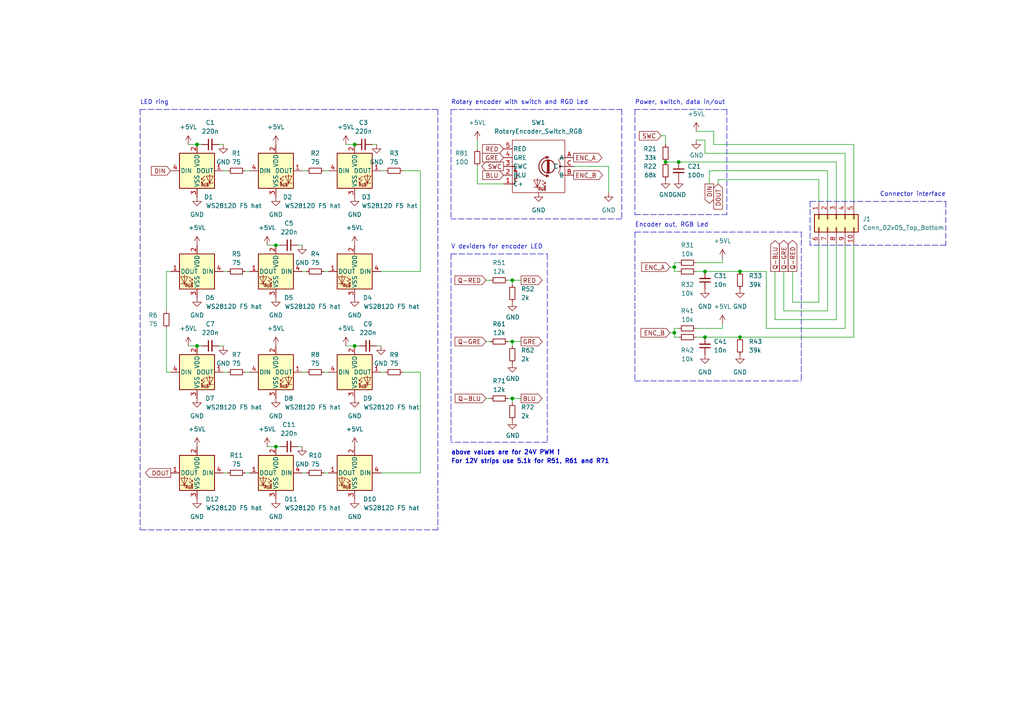
<source format=kicad_sch>
(kicad_sch (version 20211123) (generator eeschema)
  (paper "A4")
  (title_block (title "enlighted rotary encoder") (date "2022-01-20") (rev "0.8") (company "designed by andilge"))
  (lib_symbols
    (symbol "Connector_Generic:Conn_02x05_Top_Bottom" (pin_names (offset 1.016) hide)
      (property "Reference" "J" (at 1.27 7.62 0))
      (property "Value" "Conn_02x05_Top_Bottom" (at 1.27 -7.62 0))
      (symbol "Conn_02x05_Top_Bottom_1_1"
        (rectangle (start -1.27 -4.953) (end 0 -5.207) (stroke (width 0.1524)))
        (rectangle (start -1.27 -2.413) (end 0 -2.667) (stroke (width 0.1524)))
        (rectangle (start -1.27 0.127) (end 0 -0.127) (stroke (width 0.1524)))
        (rectangle (start -1.27 2.667) (end 0 2.413) (stroke (width 0.1524)))
        (rectangle (start -1.27 5.207) (end 0 4.953) (stroke (width 0.1524)))
        (rectangle (start -1.27 6.35) (end 3.81 -6.35) (stroke (width 0.254)) (fill (type background)))
        (rectangle (start 3.81 -4.953) (end 2.54 -5.207) (stroke (width 0.1524)))
        (rectangle (start 3.81 -2.413) (end 2.54 -2.667) (stroke (width 0.1524)))
        (rectangle (start 3.81 0.127) (end 2.54 -0.127) (stroke (width 0.1524)))
        (rectangle (start 3.81 2.667) (end 2.54 2.413) (stroke (width 0.1524)))
        (rectangle (start 3.81 5.207) (end 2.54 4.953) (stroke (width 0.1524)))
        (pin passive line (at -5.08 5.08 0) (length 3.81) (name "Pin_1") (number "1"))
        (pin passive line (at 7.62 -5.08 180) (length 3.81) (name "Pin_10") (number "10"))
        (pin passive line (at -5.08 2.54 0) (length 3.81) (name "Pin_2") (number "2"))
        (pin passive line (at -5.08 0 0) (length 3.81) (name "Pin_3") (number "3"))
        (pin passive line (at -5.08 -2.54 0) (length 3.81) (name "Pin_4") (number "4"))
        (pin passive line (at -5.08 -5.08 0) (length 3.81) (name "Pin_5") (number "5"))
        (pin passive line (at 7.62 5.08 180) (length 3.81) (name "Pin_6") (number "6"))
        (pin passive line (at 7.62 2.54 180) (length 3.81) (name "Pin_7") (number "7"))
        (pin passive line (at 7.62 0 180) (length 3.81) (name "Pin_8") (number "8"))
        (pin passive line (at 7.62 -2.54 180) (length 3.81) (name "Pin_9") (number "9"))
      )
    )
    (symbol "Device:C_Small" (pin_numbers hide) (pin_names (offset 0.254) hide)
      (property "Reference" "C" (at 0.254 1.778 0))
      (property "Value" "C_Small" (at 0.254 -2.032 0))
      (symbol "C_Small_0_1"
        (polyline (pts (xy -1.524 -0.508) (xy 1.524 -0.508)) (stroke (width 0.3302)))
        (polyline (pts (xy -1.524 0.508) (xy 1.524 0.508)) (stroke (width 0.3048)))
      )
      (symbol "C_Small_1_1"
        (pin passive line (at 0 2.54 270) (length 2.032) (name "~") (number "1"))
        (pin passive line (at 0 -2.54 90) (length 2.032) (name "~") (number "2"))
      )
    )
    (symbol "Device:R_Small" (pin_numbers hide) (pin_names (offset 0.254) hide)
      (property "Reference" "R" (at 0.762 0.508 0))
      (property "Value" "R_Small" (at 0.762 -1.016 0))
      (symbol "R_Small_0_1"
        (rectangle (start -0.762 1.778) (end 0.762 -1.778) (stroke (width 0.2032)))
      )
      (symbol "R_Small_1_1"
        (pin passive line (at 0 2.54 270) (length 0.762) (name "~") (number "1"))
        (pin passive line (at 0 -2.54 90) (length 0.762) (name "~") (number "2"))
      )
    )
    (symbol "Rot_Enc_SWC_RGB:RotaryEncoder_Switch_RGB" (pin_names (offset 0.254))
      (property "Reference" "SW" (at 0 10.16 0))
      (property "Value" "RotaryEncoder_Switch_RGB" (at 0 -10.16 0))
      (symbol "RotaryEncoder_Switch_RGB_0_0"
        (text "RGB" (at -1.016 -6.6294 0) (effects (font (size 0.762 0.762))))
      )
      (symbol "RotaryEncoder_Switch_RGB_0_1"
        (rectangle (start -7.62 7.62) (end 7.62 -7.62))
        (circle (center -6.223 0) (radius 0.254) (fill (type outline)))
        (circle (center -2.8194 -0.0508) (radius 1.905) (stroke (width 0.254)))
        (arc (start -2.794 -2.794) (mid -0.0508 -0.0635) (end -2.794 2.667) (stroke (width 0.254)))
        (polyline (pts (xy -3.048 -1.778) (xy -3.048 1.778)) (stroke (width 0.254)))
        (polyline (pts (xy -2.794 -1.778) (xy -2.794 1.778)) (stroke (width 0.254)))
        (polyline (pts (xy -2.54 1.778) (xy -2.54 -1.778)) (stroke (width 0.254)))
        (polyline (pts (xy -2.032 -5.9944) (xy -1.524 -5.9944)))
        (polyline (pts (xy -2.032 -4.9784) (xy -1.524 -4.9784)))
        (polyline (pts (xy 1.397 -5.9944) (xy -0.635 -5.9944)))
        (polyline (pts (xy 6.35 -2.54) (xy 5.969 -2.54)) (stroke (width 0.254)))
        (polyline (pts (xy 6.35 -1.27) (xy 6.35 -3.6576)) (stroke (width 0.254)))
        (polyline (pts (xy -7.493 -2.54) (xy -6.223 -2.54) (xy -6.223 -2.032)))
        (polyline (pts (xy -7.493 2.54) (xy -6.223 2.54) (xy -6.223 2.032)))
        (polyline (pts (xy -2.159 -3.048) (xy -2.921 -2.794) (xy -2.286 -2.413)) (stroke (width 0.254)))
        (polyline (pts (xy -2.159 2.921) (xy -2.921 2.667) (xy -2.286 2.286)) (stroke (width 0.254)))
        (polyline (pts (xy -1.016 -4.9784) (xy -2.032 -5.9944) (xy -2.032 -5.4864)))
        (polyline (pts (xy -1.016 -3.9624) (xy -2.032 -4.9784) (xy -2.032 -4.4704)))
        (polyline (pts (xy 0.381 -3.4544) (xy 0.381 -5.9944) (xy 0.381 -6.5024)))
        (polyline (pts (xy 7.62 -5.08) (xy 6.858 -5.08) (xy 6.858 -3.7592)) (stroke (width 0.254)))
        (polyline (pts (xy 7.62 0) (xy 6.858 0) (xy 6.858 -1.3716)) (stroke (width 0.254)))
        (polyline (pts (xy -7.493 0) (xy -6.223 0) (xy -6.223 -1.016) (xy -5.715 -2.032)))
        (polyline (pts (xy -6.731 0) (xy -6.223 0) (xy -6.223 1.016) (xy -5.715 2.032)))
        (polyline (pts (xy 1.397 -3.9624) (xy -0.635 -3.9624) (xy 0.381 -5.9944) (xy 1.397 -3.9624)))
        (circle (center 6.858 -3.556) (radius 0.127) (stroke (width 0.254)))
        (circle (center 6.858 -1.27) (radius 0.1016) (stroke (width 0.254)))
      )
      (symbol "RotaryEncoder_Switch_RGB_1_1"
        (pin power_in line (at 10.16 -5.08 180) (length 2.54) (name "C+") (number "1"))
        (pin passive line (at 10.16 -2.54 180) (length 2.54) (name "BLU") (number "2"))
        (pin passive line (at 10.16 0 180) (length 2.54) (name "SWC") (number "3"))
        (pin passive line (at 10.16 2.54 180) (length 2.54) (name "GRE") (number "4"))
        (pin passive line (at 10.16 5.08 180) (length 2.54) (name "RED") (number "5"))
        (pin passive line (at -10.16 2.54 0) (length 2.54) (name "A") (number "A"))
        (pin passive line (at -10.16 -2.54 0) (length 2.54) (name "B") (number "B"))
        (pin passive line (at -10.16 0 0) (length 2.54) (name "C-") (number "C"))
      )
    )
    (symbol "power:+5VL" (power) (pin_names (offset 0))
      (property "Value" "+5VL" (at 0 3.556 0))
      (symbol "+5VL_0_1"
        (polyline (pts (xy -0.762 1.27) (xy 0 2.54)))
        (polyline (pts (xy 0 0) (xy 0 2.54)))
        (polyline (pts (xy 0 2.54) (xy 0.762 1.27)))
      )
      (symbol "+5VL_1_1"
        (pin power_in line (at 0 0 90) (length 0) hide (name "+5VL") (number "1"))
      )
    )
    (symbol "power:GND" (power) (pin_names (offset 0))
      (property "Value" "GND" (at 0 -3.81 0))
      (symbol "GND_0_1"
        (polyline (pts (xy 0 0) (xy 0 -1.27) (xy 1.27 -1.27) (xy 0 -2.54) (xy -1.27 -1.27) (xy 0 -1.27)))
      )
      (symbol "GND_1_1"
        (pin power_in line (at 0 0 270) (length 0) hide (name "GND") (number "1"))
      )
    )
    (symbol "wsS2812d-fs-1261:WS2812D" (pin_names (offset 0.254))
      (property "Reference" "D" (at 5.08 5.715 0))
      (property "Value" "WS2812D" (at 1.27 -5.715 0))
      (symbol "WS2812D_0_0"
        (text "RGB" (at 2.286 -4.191 0) (effects (font (size 0.762 0.762))))
      )
      (symbol "WS2812D_0_1"
        (polyline (pts (xy 1.27 -3.556) (xy 1.778 -3.556)))
        (polyline (pts (xy 1.27 -2.54) (xy 1.778 -2.54)))
        (polyline (pts (xy 4.699 -3.556) (xy 2.667 -3.556)))
        (polyline (pts (xy 2.286 -2.54) (xy 1.27 -3.556) (xy 1.27 -3.048)))
        (polyline (pts (xy 2.286 -1.524) (xy 1.27 -2.54) (xy 1.27 -2.032)))
        (polyline (pts (xy 3.683 -1.016) (xy 3.683 -3.556) (xy 3.683 -4.064)))
        (polyline (pts (xy 4.699 -1.524) (xy 2.667 -1.524) (xy 3.683 -3.556) (xy 4.699 -1.524)))
        (rectangle (start 5.08 5.08) (end -5.08 -5.08) (stroke (width 0.254)) (fill (type background)))
      )
      (symbol "WS2812D_1_1"
        (pin output line (at 7.62 0 180) (length 2.54) (name "DOUT") (number "1"))
        (pin power_in line (at 0 7.62 270) (length 2.54) (name "VDD") (number "2"))
        (pin power_in line (at 0 -7.62 90) (length 2.54) (name "VSS") (number "3"))
        (pin input line (at -7.62 0 0) (length 2.54) (name "DIN") (number "4"))
      )
    )
  )
  (junction (at 148.59 99.06))
  (junction (at 204.47 97.79))
  (junction (at 196.85 46.99))
  (junction (at 80.01 71.12))
  (junction (at 214.63 97.79))
  (junction (at 80.01 129.54))
  (junction (at 57.15 41.91))
  (junction (at 102.87 100.33))
  (junction (at 214.63 78.74))
  (junction (at 57.15 100.33))
  (junction (at 204.47 78.74))
  (junction (at 195.58 96.52))
  (junction (at 148.59 115.57))
  (junction (at 102.87 41.91))
  (junction (at 148.59 81.28))
  (junction (at 195.58 77.47))
  (junction (at 193.04 46.99))
  (wire (pts (xy 147.32 81.28) (xy 148.59 81.28)))
  (wire (pts (xy 109.22 100.33) (xy 110.49 100.33)))
  (wire (pts (xy 201.93 97.79) (xy 204.47 97.79)))
  (wire (pts (xy 237.49 87.63) (xy 229.87 87.63)))
  (polyline (pts (xy 130.81 73.66) (xy 158.75 73.66)))
  (wire (pts (xy 138.43 53.34) (xy 146.05 53.34)))
  (wire (pts (xy 48.26 107.95) (xy 48.26 95.25)))
  (wire (pts (xy 237.49 52.07) (xy 208.28 52.07)))
  (wire (pts (xy 207.01 41.91) (xy 207.01 38.1)))
  (wire (pts (xy 121.92 137.16) (xy 110.49 137.16)))
  (wire (pts (xy 148.59 115.57) (xy 148.59 116.84)))
  (wire (pts (xy 64.77 49.53) (xy 66.04 49.53)))
  (polyline (pts (xy 234.95 58.42) (xy 274.32 58.42)))
  (wire (pts (xy 54.61 100.33) (xy 57.15 100.33)))
  (wire (pts (xy 93.98 49.53) (xy 95.25 49.53)))
  (wire (pts (xy 148.59 81.28) (xy 148.59 82.55)))
  (wire (pts (xy 242.57 46.99) (xy 242.57 58.42)))
  (polyline (pts (xy 184.15 31.75) (xy 184.15 62.23)))
  (wire (pts (xy 201.93 95.25) (xy 209.55 95.25)))
  (polyline (pts (xy 180.34 63.5) (xy 130.81 63.5)))
  (wire (pts (xy 77.47 129.54) (xy 80.01 129.54)))
  (wire (pts (xy 140.97 115.57) (xy 142.24 115.57)))
  (wire (pts (xy 205.74 49.53) (xy 205.74 53.34)))
  (wire (pts (xy 93.98 137.16) (xy 95.25 137.16)))
  (wire (pts (xy 148.59 81.28) (xy 151.13 81.28)))
  (wire (pts (xy 214.63 78.74) (xy 222.25 78.74)))
  (wire (pts (xy 147.32 115.57) (xy 148.59 115.57)))
  (polyline (pts (xy 210.82 31.75) (xy 210.82 62.23)))
  (wire (pts (xy 64.77 107.95) (xy 66.04 107.95)))
  (wire (pts (xy 195.58 77.47) (xy 195.58 78.74)))
  (wire (pts (xy 195.58 76.2) (xy 196.85 76.2)))
  (wire (pts (xy 201.93 40.64) (xy 204.47 40.64)))
  (wire (pts (xy 71.12 137.16) (xy 72.39 137.16)))
  (wire (pts (xy 86.36 129.54) (xy 87.63 129.54)))
  (wire (pts (xy 64.77 137.16) (xy 66.04 137.16)))
  (wire (pts (xy 195.58 96.52) (xy 195.58 97.79)))
  (wire (pts (xy 121.92 78.74) (xy 110.49 78.74)))
  (wire (pts (xy 204.47 78.74) (xy 214.63 78.74)))
  (polyline (pts (xy 232.41 67.31) (xy 232.41 110.49)))
  (polyline (pts (xy 184.15 67.31) (xy 232.41 67.31)))
  (wire (pts (xy 100.33 100.33) (xy 102.87 100.33)))
  (wire (pts (xy 222.25 95.25) (xy 245.11 95.25)))
  (wire (pts (xy 195.58 76.2) (xy 195.58 77.47)))
  (wire (pts (xy 147.32 99.06) (xy 148.59 99.06)))
  (polyline (pts (xy 274.32 58.42) (xy 274.32 71.12)))
  (wire (pts (xy 247.65 71.12) (xy 247.65 97.79)))
  (wire (pts (xy 110.49 49.53) (xy 111.76 49.53)))
  (wire (pts (xy 227.33 90.17) (xy 240.03 90.17)))
  (wire (pts (xy 176.53 48.26) (xy 176.53 55.88)))
  (wire (pts (xy 93.98 78.74) (xy 95.25 78.74)))
  (polyline (pts (xy 127 153.67) (xy 40.64 153.67)))
  (wire (pts (xy 205.74 49.53) (xy 240.03 49.53)))
  (wire (pts (xy 191.77 39.37) (xy 193.04 39.37)))
  (wire (pts (xy 193.04 39.37) (xy 193.04 41.91)))
  (wire (pts (xy 176.53 48.26) (xy 166.37 48.26)))
  (wire (pts (xy 222.25 78.74) (xy 222.25 95.25)))
  (wire (pts (xy 63.5 100.33) (xy 64.77 100.33)))
  (wire (pts (xy 237.49 71.12) (xy 237.49 87.63)))
  (wire (pts (xy 204.47 44.45) (xy 245.11 44.45)))
  (wire (pts (xy 64.77 78.74) (xy 66.04 78.74)))
  (wire (pts (xy 245.11 44.45) (xy 245.11 58.42)))
  (wire (pts (xy 121.92 107.95) (xy 121.92 137.16)))
  (wire (pts (xy 93.98 107.95) (xy 95.25 107.95)))
  (polyline (pts (xy 180.34 31.75) (xy 180.34 63.5)))
  (wire (pts (xy 107.95 41.91) (xy 109.22 41.91)))
  (wire (pts (xy 240.03 71.12) (xy 240.03 90.17)))
  (wire (pts (xy 54.61 41.91) (xy 57.15 41.91)))
  (wire (pts (xy 195.58 95.25) (xy 195.58 96.52)))
  (wire (pts (xy 148.59 115.57) (xy 151.13 115.57)))
  (wire (pts (xy 201.93 76.2) (xy 209.55 76.2)))
  (wire (pts (xy 224.79 92.71) (xy 242.57 92.71)))
  (wire (pts (xy 140.97 81.28) (xy 142.24 81.28)))
  (wire (pts (xy 242.57 71.12) (xy 242.57 92.71)))
  (wire (pts (xy 87.63 137.16) (xy 88.9 137.16)))
  (wire (pts (xy 71.12 78.74) (xy 72.39 78.74)))
  (wire (pts (xy 204.47 97.79) (xy 214.63 97.79)))
  (wire (pts (xy 86.36 71.12) (xy 87.63 71.12)))
  (wire (pts (xy 224.79 78.74) (xy 224.79 92.71)))
  (wire (pts (xy 209.55 93.98) (xy 209.55 95.25)))
  (wire (pts (xy 49.53 107.95) (xy 48.26 107.95)))
  (wire (pts (xy 49.53 78.74) (xy 48.26 78.74)))
  (wire (pts (xy 80.01 71.12) (xy 81.28 71.12)))
  (wire (pts (xy 116.84 107.95) (xy 121.92 107.95)))
  (wire (pts (xy 104.14 100.33) (xy 102.87 100.33)))
  (wire (pts (xy 57.15 100.33) (xy 58.42 100.33)))
  (wire (pts (xy 87.63 78.74) (xy 88.9 78.74)))
  (wire (pts (xy 116.84 49.53) (xy 121.92 49.53)))
  (wire (pts (xy 208.28 52.07) (xy 208.28 53.34)))
  (wire (pts (xy 77.47 71.12) (xy 80.01 71.12)))
  (wire (pts (xy 227.33 78.74) (xy 227.33 90.17)))
  (wire (pts (xy 87.63 49.53) (xy 88.9 49.53)))
  (wire (pts (xy 204.47 40.64) (xy 204.47 44.45)))
  (wire (pts (xy 48.26 78.74) (xy 48.26 90.17)))
  (wire (pts (xy 201.93 78.74) (xy 204.47 78.74)))
  (polyline (pts (xy 158.75 128.27) (xy 130.81 128.27)))
  (wire (pts (xy 194.31 96.52) (xy 195.58 96.52)))
  (wire (pts (xy 63.5 41.91) (xy 64.77 41.91)))
  (wire (pts (xy 57.15 41.91) (xy 58.42 41.91)))
  (wire (pts (xy 195.58 97.79) (xy 196.85 97.79)))
  (wire (pts (xy 237.49 52.07) (xy 237.49 58.42)))
  (wire (pts (xy 195.58 78.74) (xy 196.85 78.74)))
  (wire (pts (xy 240.03 49.53) (xy 240.03 58.42)))
  (polyline (pts (xy 210.82 31.75) (xy 184.15 31.75)))
  (polyline (pts (xy 130.81 31.75) (xy 180.34 31.75)))
  (wire (pts (xy 140.97 99.06) (xy 142.24 99.06)))
  (wire (pts (xy 148.59 99.06) (xy 148.59 100.33)))
  (wire (pts (xy 193.04 46.99) (xy 196.85 46.99)))
  (polyline (pts (xy 184.15 67.31) (xy 184.15 110.49)))
  (wire (pts (xy 100.33 41.91) (xy 102.87 41.91)))
  (wire (pts (xy 87.63 107.95) (xy 88.9 107.95)))
  (wire (pts (xy 207.01 41.91) (xy 247.65 41.91)))
  (polyline (pts (xy 40.64 31.75) (xy 40.64 153.67)))
  (wire (pts (xy 209.55 74.93) (xy 209.55 76.2)))
  (polyline (pts (xy 184.15 110.49) (xy 232.41 110.49)))
  (polyline (pts (xy 234.95 58.42) (xy 234.95 71.12)))
  (polyline (pts (xy 184.15 62.23) (xy 210.82 62.23)))
  (wire (pts (xy 138.43 48.26) (xy 138.43 53.34)))
  (wire (pts (xy 194.31 77.47) (xy 195.58 77.47)))
  (wire (pts (xy 195.58 95.25) (xy 196.85 95.25)))
  (polyline (pts (xy 127 31.75) (xy 127 153.67)))
  (wire (pts (xy 110.49 107.95) (xy 111.76 107.95)))
  (wire (pts (xy 138.43 40.64) (xy 138.43 43.18)))
  (polyline (pts (xy 130.81 31.75) (xy 130.81 63.5)))
  (wire (pts (xy 196.85 46.99) (xy 242.57 46.99)))
  (wire (pts (xy 201.93 38.1) (xy 207.01 38.1)))
  (polyline (pts (xy 130.81 73.66) (xy 130.81 128.27)))
  (wire (pts (xy 229.87 78.74) (xy 229.87 87.63)))
  (wire (pts (xy 71.12 49.53) (xy 72.39 49.53)))
  (wire (pts (xy 81.28 129.54) (xy 80.01 129.54)))
  (wire (pts (xy 148.59 99.06) (xy 151.13 99.06)))
  (polyline (pts (xy 274.32 71.12) (xy 234.95 71.12)))
  (wire (pts (xy 247.65 41.91) (xy 247.65 58.42)))
  (polyline (pts (xy 158.75 73.66) (xy 158.75 128.27)))
  (wire (pts (xy 214.63 97.79) (xy 247.65 97.79)))
  (wire (pts (xy 245.11 71.12) (xy 245.11 95.25)))
  (polyline (pts (xy 40.64 31.75) (xy 127 31.75)))
  (wire (pts (xy 71.12 107.95) (xy 72.39 107.95)))
  (wire (pts (xy 121.92 49.53) (xy 121.92 78.74)))
  (text "For 12V strips use 5.1k for R51, R61 and R71" (at 130.81 134.62 0) (effects (font (size 1.27 1.27) (thickness 0.254) bold) (justify left bottom)))
  (text "LED ring" (at 40.64 30.48 0) (effects (font (size 1.27 1.27)) (justify left bottom)))
  (text "Rotary encoder with switch and RGD Led" (at 130.81 30.48 0) (effects (font (size 1.27 1.27)) (justify left bottom)))
  (text "Power, switch, data in/out" (at 184.15 30.48 0) (effects (font (size 1.27 1.27)) (justify left bottom)))
  (text "above values are for 24V PWM !" (at 130.81 132.08 0) (effects (font (size 1.27 1.27) (thickness 0.254) bold) (justify left bottom)))
  (text "Encoder out, RGB Led" (at 184.15 66.04 0) (effects (font (size 1.27 1.27)) (justify left bottom)))
  (text "V deviders for encoder LED" (at 130.81 72.39 0) (effects (font (size 1.27 1.27)) (justify left bottom)))
  (text "Connector interface" (at 274.32 57.15 180) (effects (font (size 1.27 1.27)) (justify right bottom)))
  (global_label "ENC_B" (shape input) (at 194.31 96.52 180) (property "Intersheet References" "${INTERSHEET_REFS}" (effects hide)))
  (global_label "Q-RED" (shape input) (at 140.97 81.28 180) (property "Intersheet References" "${INTERSHEET_REFS}" (effects hide)))
  (global_label "ENC_A" (shape input) (at 194.31 77.47 180) (property "Intersheet References" "${INTERSHEET_REFS}" (effects hide)))
  (global_label "Q-GRE" (shape input) (at 140.97 99.06 180) (property "Intersheet References" "${INTERSHEET_REFS}" (effects hide)))
  (global_label "DIN" (shape output) (at 205.74 53.34 270) (property "Intersheet References" "${INTERSHEET_REFS}" (effects hide)))
  (global_label "Q-BLU" (shape input) (at 140.97 115.57 180) (property "Intersheet References" "${INTERSHEET_REFS}" (effects hide)))
  (global_label "BLU" (shape output) (at 151.13 115.57 0) (property "Intersheet References" "${INTERSHEET_REFS}" (effects hide)))
  (global_label "Q-RED" (shape output) (at 229.87 78.74 90) (property "Intersheet References" "${INTERSHEET_REFS}" (effects hide)))
  (global_label "DOUT" (shape input) (at 208.28 53.34 270) (property "Intersheet References" "${INTERSHEET_REFS}" (effects hide)))
  (global_label "BLU" (shape input) (at 146.05 50.8 180) (property "Intersheet References" "${INTERSHEET_REFS}" (effects hide)))
  (global_label "GRE" (shape input) (at 146.05 45.72 180) (property "Intersheet References" "${INTERSHEET_REFS}" (effects hide)))
  (global_label "SWC" (shape output) (at 146.05 48.26 180) (property "Intersheet References" "${INTERSHEET_REFS}" (effects hide)))
  (global_label "RED" (shape output) (at 151.13 81.28 0) (property "Intersheet References" "${INTERSHEET_REFS}" (effects hide)))
  (global_label "DIN" (shape input) (at 49.53 49.53 180) (property "Intersheet References" "${INTERSHEET_REFS}" (effects hide)))
  (global_label "Q-BLU" (shape output) (at 224.79 78.74 90) (property "Intersheet References" "${INTERSHEET_REFS}" (effects hide)))
  (global_label "SWC" (shape input) (at 191.77 39.37 180) (property "Intersheet References" "${INTERSHEET_REFS}" (effects hide)))
  (global_label "DOUT" (shape output) (at 49.53 137.16 180) (property "Intersheet References" "${INTERSHEET_REFS}" (effects hide)))
  (global_label "Q-GRE" (shape output) (at 227.33 78.74 90) (property "Intersheet References" "${INTERSHEET_REFS}" (effects hide)))
  (global_label "ENC_A" (shape output) (at 166.37 45.72 0) (property "Intersheet References" "${INTERSHEET_REFS}" (effects hide)))
  (global_label "RED" (shape input) (at 146.05 43.18 180) (property "Intersheet References" "${INTERSHEET_REFS}" (effects hide)))
  (global_label "ENC_B" (shape output) (at 166.37 50.8 0) (property "Intersheet References" "${INTERSHEET_REFS}" (effects hide)))
  (global_label "GRE" (shape output) (at 151.13 99.06 0) (property "Intersheet References" "${INTERSHEET_REFS}" (effects hide)))
  (symbol (lib_id "wsS2812d-fs-1261:WS2812D") (at 102.87 107.95 0) (unit 1)
    (property "Reference" "D9" (at 107.95 115.57 0) (effects (justify right)))
    (property "Value" "WS2812D F5 hat" (at 105.41 118.11 0) (effects (justify left)))
    (property "Footprint" "andilge KiCad footprints:WS2811D-F5-1261" (effects hide))
    (property "Datasheet" "http://www.world-semi.com/DownLoadFile/135" (effects hide))
    (property "Purchase" "https://www.aliexpress.com/item/32790928817.html" (effects hide))
  )
  (symbol (lib_id "power:GND") (at 64.77 100.33 0) (unit 1)
    (property "Reference" "#PWR010" (effects hide))
    (property "Value" "GND" (at 64.77 105.41 0))
  )
  (symbol (lib_id "Device:C_Small") (at 105.41 41.91 90) (unit 1)
    (property "Reference" "C3" (at 105.4163 35.56 90))
    (property "Value" "220n" (at 105.4163 38.1 90))
    (property "Footprint" "Capacitor_SMD:C_0805_2012Metric" (effects hide))
    (property "Purchase" "https://www.aliexpress.com/item/32964553793.html" (effects hide))
  )
  (symbol (lib_id "power:+5VL") (at 209.55 74.93 0) (unit 1)
    (property "Reference" "#PWR?" (effects hide))
    (property "Value" "+5VL" (at 209.55 69.85 0))
  )
  (symbol (lib_id "Device:R_Small") (at 199.39 95.25 270) (unit 1)
    (property "Reference" "R41" (at 199.39 90.17 90))
    (property "Value" "10k" (at 199.39 92.71 90))
    (property "Footprint" "Resistor_SMD:R_0805_2012Metric" (effects hide))
    (property "Purchase" "https://www.aliexpress.com/item/1005003021579348.html" (effects hide))
  )
  (symbol (lib_id "Device:R_Small") (at 193.04 49.53 180) (unit 1)
    (property "Reference" "R22" (at 190.5 48.2599 0) (effects (justify left)))
    (property "Value" "68k" (at 190.5 50.7999 0) (effects (justify left)))
    (property "Footprint" "Resistor_SMD:R_0805_2012Metric" (effects hide))
    (property "Purchase" "https://www.aliexpress.com/item/1005003021579348.html" (effects hide))
  )
  (symbol (lib_id "Device:R_Small") (at 214.63 81.28 180) (unit 1)
    (property "Reference" "R33" (at 217.17 80.0099 0) (effects (justify right)))
    (property "Value" "39k" (at 217.17 82.5499 0) (effects (justify right)))
    (property "Footprint" "Resistor_SMD:R_0805_2012Metric" (effects hide))
    (property "Purchase" "https://www.aliexpress.com/item/1005003021579348.html" (effects hide))
  )
  (symbol (lib_id "Device:C_Small") (at 196.85 49.53 0) (unit 1)
    (property "Reference" "C21" (at 199.39 48.2662 0) (effects (justify left)))
    (property "Value" "100n" (at 199.39 50.8062 0) (effects (justify left)))
    (property "Footprint" "Capacitor_SMD:C_0805_2012Metric" (effects hide))
    (property "Purchase" "https://www.aliexpress.com/item/32964553793.html" (effects hide))
  )
  (symbol (lib_id "Device:C_Small") (at 60.96 41.91 90) (unit 1)
    (property "Reference" "C1" (at 60.9663 35.56 90))
    (property "Value" "220n" (at 60.9663 38.1 90))
    (property "Footprint" "Capacitor_SMD:C_0805_2012Metric" (effects hide))
    (property "Purchase" "https://www.aliexpress.com/item/32964553793.html" (effects hide))
  )
  (symbol (lib_id "power:GND") (at 148.59 87.63 0) (unit 1)
    (property "Reference" "#PWR0120" (effects hide))
    (property "Value" "GND" (at 148.717 92.0242 0))
  )
  (symbol (lib_id "power:GND") (at 64.77 41.91 0) (unit 1)
    (property "Reference" "#PWR02" (effects hide))
    (property "Value" "GND" (at 64.77 46.99 0))
  )
  (symbol (lib_id "power:GND") (at 80.01 57.15 0) (unit 1)
    (property "Reference" "#PWR012" (effects hide))
    (property "Value" "GND" (at 80.01 62.23 0))
  )
  (symbol (lib_id "wsS2812d-fs-1261:WS2812D") (at 102.87 137.16 0) (mirror y) (unit 1)
    (property "Reference" "D10" (at 109.22 144.78 0) (effects (justify left)))
    (property "Value" "WS2812D F5 hat" (at 105.41 147.32 0) (effects (justify right)))
    (property "Footprint" "andilge KiCad footprints:WS2811D-F5-1261" (effects hide))
    (property "Datasheet" "http://www.world-semi.com/DownLoadFile/135" (effects hide))
    (property "Purchase" "https://www.aliexpress.com/item/32790928817.html" (effects hide))
  )
  (symbol (lib_id "power:+5VL") (at 209.55 93.98 0) (unit 1)
    (property "Reference" "#PWR?" (effects hide))
    (property "Value" "+5VL" (at 209.55 88.9 0))
  )
  (symbol (lib_id "power:GND") (at 214.63 83.82 0) (unit 1)
    (property "Reference" "#PWR0121" (effects hide))
    (property "Value" "GND" (at 214.63 88.9 0))
  )
  (symbol (lib_id "Device:R_Small") (at 91.44 78.74 270) (unit 1)
    (property "Reference" "R4" (at 91.44 73.66 90))
    (property "Value" "75" (at 91.44 76.2 90))
    (property "Footprint" "Resistor_SMD:R_0805_2012Metric" (effects hide))
    (property "Purchase" "https://www.aliexpress.com/item/1005003021579348.html" (effects hide))
  )
  (symbol (lib_id "power:GND") (at 57.15 57.15 0) (unit 1)
    (property "Reference" "#PWR011" (effects hide))
    (property "Value" "GND" (at 57.15 62.23 0))
  )
  (symbol (lib_id "Device:R_Small") (at 91.44 49.53 270) (unit 1)
    (property "Reference" "R2" (at 91.44 44.45 90))
    (property "Value" "75" (at 91.44 46.99 90))
    (property "Footprint" "Resistor_SMD:R_0805_2012Metric" (effects hide))
    (property "Purchase" "https://www.aliexpress.com/item/1005003021579348.html" (effects hide))
  )
  (symbol (lib_id "wsS2812d-fs-1261:WS2812D") (at 57.15 49.53 0) (unit 1)
    (property "Reference" "D1" (at 59.1694 57.15 0) (effects (justify left)))
    (property "Value" "WS2812D F5 hat" (at 59.69 59.69 0) (effects (justify left)))
    (property "Footprint" "andilge KiCad footprints:WS2811D-F5-1261" (effects hide))
    (property "Datasheet" "http://www.world-semi.com/DownLoadFile/135" (effects hide))
    (property "Purchase" "https://www.aliexpress.com/item/32790928817.html" (effects hide))
  )
  (symbol (lib_id "power:GND") (at 176.53 55.88 0) (mirror y) (unit 1)
    (property "Reference" "#PWR062" (effects hide))
    (property "Value" "GND" (at 176.53 60.96 0))
  )
  (symbol (lib_id "power:GND") (at 87.63 71.12 0) (mirror y) (unit 1)
    (property "Reference" "#PWR0117" (effects hide))
    (property "Value" "GND" (at 87.63 76.2 0))
  )
  (symbol (lib_id "wsS2812d-fs-1261:WS2812D") (at 57.15 107.95 0) (unit 1)
    (property "Reference" "D7" (at 62.23 115.57 0) (effects (justify right)))
    (property "Value" "WS2812D F5 hat" (at 59.69 118.11 0) (effects (justify left)))
    (property "Footprint" "andilge KiCad footprints:WS2811D-F5-1261" (effects hide))
    (property "Datasheet" "http://www.world-semi.com/DownLoadFile/135" (effects hide))
    (property "Purchase" "https://www.aliexpress.com/item/32790928817.html" (effects hide))
  )
  (symbol (lib_id "power:+5VL") (at 54.61 41.91 0) (unit 1)
    (property "Reference" "#PWR0112" (effects hide))
    (property "Value" "+5VL" (at 54.61 36.83 0))
  )
  (symbol (lib_id "power:GND") (at 57.15 115.57 0) (unit 1)
    (property "Reference" "#PWR014" (effects hide))
    (property "Value" "GND" (at 57.15 120.65 0))
  )
  (symbol (lib_id "Rot_Enc_SWC_RGB:RotaryEncoder_Switch_RGB") (at 156.21 48.26 0) (mirror y) (unit 1)
    (property "Reference" "SW1" (at 156.1465 35.56 0))
    (property "Value" "RotaryEncoder_Switch_RGB" (at 156.1465 38.1 0))
    (property "Footprint" "footprints:LED_RotaryEncoder_EC12_Switch_Vertical_H20mm" (effects hide))
    (property "Purchase" "https://www.aliexpress.com/item/1005002478234416.html" (effects hide))
  )
  (symbol (lib_id "power:+5VL") (at 100.33 100.33 0) (unit 1)
    (property "Reference" "#PWR0119" (effects hide))
    (property "Value" "+5VL" (at 100.33 95.25 0))
  )
  (symbol (lib_id "power:GND") (at 102.87 86.36 0) (mirror y) (unit 1)
    (property "Reference" "#PWR023" (effects hide))
    (property "Value" "GND" (at 102.87 91.44 0))
  )
  (symbol (lib_id "power:+5VL") (at 100.33 41.91 0) (unit 1)
    (property "Reference" "#PWR0103" (effects hide))
    (property "Value" "+5VL" (at 100.33 36.83 0))
  )
  (symbol (lib_id "Device:R_Small") (at 68.58 78.74 270) (unit 1)
    (property "Reference" "R5" (at 68.58 73.66 90))
    (property "Value" "75" (at 68.58 76.2 90))
    (property "Footprint" "Resistor_SMD:R_0805_2012Metric" (effects hide))
    (property "Purchase" "https://www.aliexpress.com/item/1005003021579348.html" (effects hide))
  )
  (symbol (lib_id "power:+5VL") (at 54.61 100.33 0) (unit 1)
    (property "Reference" "#PWR0108" (effects hide))
    (property "Value" "+5VL" (at 54.61 95.25 0))
  )
  (symbol (lib_id "power:+5VL") (at 102.87 129.54 0) (unit 1)
    (property "Reference" "#PWR0115" (effects hide))
    (property "Value" "+5VL" (at 102.87 124.46 0))
  )
  (symbol (lib_id "power:GND") (at 80.01 144.78 0) (mirror y) (unit 1)
    (property "Reference" "#PWR027" (effects hide))
    (property "Value" "GND" (at 80.01 149.86 0))
  )
  (symbol (lib_id "power:+5VL") (at 57.15 71.12 0) (unit 1)
    (property "Reference" "#PWR0110" (effects hide))
    (property "Value" "+5VL" (at 57.15 66.04 0))
  )
  (symbol (lib_id "power:GND") (at 109.22 41.91 0) (unit 1)
    (property "Reference" "#PWR0105" (effects hide))
    (property "Value" "GND" (at 109.22 46.99 0))
  )
  (symbol (lib_id "power:GND") (at 214.63 102.87 0) (unit 1)
    (property "Reference" "#PWR0122" (effects hide))
    (property "Value" "GND" (at 214.63 107.95 0))
  )
  (symbol (lib_id "wsS2812d-fs-1261:WS2812D") (at 80.01 49.53 0) (unit 1)
    (property "Reference" "D2" (at 82.0294 57.15 0) (effects (justify left)))
    (property "Value" "WS2812D F5 hat" (at 82.55 59.69 0) (effects (justify left)))
    (property "Footprint" "andilge KiCad footprints:WS2811D-F5-1261" (effects hide))
    (property "Datasheet" "http://www.world-semi.com/DownLoadFile/135" (effects hide))
    (property "Purchase" "https://www.aliexpress.com/item/32790928817.html" (effects hide))
  )
  (symbol (lib_id "Device:C_Small") (at 106.68 100.33 90) (unit 1)
    (property "Reference" "C9" (at 106.6863 93.98 90))
    (property "Value" "220n" (at 106.6863 96.52 90))
    (property "Footprint" "Capacitor_SMD:C_0805_2012Metric" (effects hide))
    (property "Purchase" "https://www.aliexpress.com/item/32964553793.html" (effects hide))
  )
  (symbol (lib_id "power:GND") (at 204.47 102.87 0) (unit 1)
    (property "Reference" "#PWR072" (effects hide))
    (property "Value" "GND" (at 204.47 107.95 0))
  )
  (symbol (lib_id "wsS2812d-fs-1261:WS2812D") (at 57.15 137.16 0) (mirror y) (unit 1)
    (property "Reference" "D12" (at 63.5 144.78 0) (effects (justify left)))
    (property "Value" "WS2812D F5 hat" (at 59.69 147.32 0) (effects (justify right)))
    (property "Footprint" "andilge KiCad footprints:WS2811D-F5-1261" (effects hide))
    (property "Datasheet" "http://www.world-semi.com/DownLoadFile/135" (effects hide))
    (property "Purchase" "https://www.aliexpress.com/item/32790928817.html" (effects hide))
  )
  (symbol (lib_id "wsS2812d-fs-1261:WS2812D") (at 80.01 78.74 0) (mirror y) (unit 1)
    (property "Reference" "D5" (at 85.09 86.36 0) (effects (justify left)))
    (property "Value" "WS2812D F5 hat" (at 82.55 88.9 0) (effects (justify right)))
    (property "Footprint" "andilge KiCad footprints:WS2811D-F5-1261" (effects hide))
    (property "Datasheet" "http://www.world-semi.com/DownLoadFile/135" (effects hide))
    (property "Purchase" "https://www.aliexpress.com/item/32790928817.html" (effects hide))
  )
  (symbol (lib_id "wsS2812d-fs-1261:WS2812D") (at 102.87 49.53 0) (unit 1)
    (property "Reference" "D3" (at 104.8894 57.15 0) (effects (justify left)))
    (property "Value" "WS2812D F5 hat" (at 104.8894 59.69 0) (effects (justify left)))
    (property "Footprint" "andilge KiCad footprints:WS2811D-F5-1261" (effects hide))
    (property "Datasheet" "http://www.world-semi.com/DownLoadFile/135" (effects hide))
    (property "Purchase" "https://www.aliexpress.com/item/32790928817.html" (effects hide))
  )
  (symbol (lib_id "power:GND") (at 102.87 144.78 0) (mirror y) (unit 1)
    (property "Reference" "#PWR026" (effects hide))
    (property "Value" "GND" (at 102.87 149.86 0))
  )
  (symbol (lib_id "Device:R_Small") (at 68.58 49.53 270) (unit 1)
    (property "Reference" "R1" (at 68.58 44.45 90))
    (property "Value" "75" (at 68.58 46.99 90))
    (property "Footprint" "Resistor_SMD:R_0805_2012Metric" (effects hide))
    (property "Purchase" "https://www.aliexpress.com/item/1005003021579348.html" (effects hide))
  )
  (symbol (lib_id "Device:R_Small") (at 114.3 49.53 270) (unit 1)
    (property "Reference" "R3" (at 114.3 44.45 90))
    (property "Value" "75" (at 114.3 46.99 90))
    (property "Footprint" "Resistor_SMD:R_0805_2012Metric" (effects hide))
    (property "Purchase" "https://www.aliexpress.com/item/1005003021579348.html" (effects hide))
  )
  (symbol (lib_id "Device:R_Small") (at 148.59 102.87 180) (unit 1)
    (property "Reference" "R62" (at 151.13 101.5999 0) (effects (justify right)))
    (property "Value" "2k" (at 151.13 104.1399 0) (effects (justify right)))
    (property "Footprint" "Resistor_SMD:R_0805_2012Metric" (effects hide))
    (property "Purchase" "https://www.aliexpress.com/item/1005003021579348.html" (effects hide))
  )
  (symbol (lib_id "Device:R_Small") (at 144.78 81.28 270) (unit 1)
    (property "Reference" "R51" (at 144.78 76.2 90))
    (property "Value" "12k" (at 144.78 78.74 90))
    (property "Footprint" "Resistor_SMD:R_0805_2012Metric" (effects hide))
    (property "Purchase" "https://www.aliexpress.com/item/1005003021579348.html" (effects hide))
  )
  (symbol (lib_id "power:+5VL") (at 201.93 38.1 0) (unit 1)
    (property "Reference" "#PWR0124" (effects hide))
    (property "Value" "+5VL" (at 201.93 33.02 0))
  )
  (symbol (lib_id "power:GND") (at 148.59 105.41 0) (unit 1)
    (property "Reference" "#PWR0107" (effects hide))
    (property "Value" "GND" (at 148.717 109.8042 0))
  )
  (symbol (lib_id "power:GND") (at 87.63 129.54 0) (mirror y) (unit 1)
    (property "Reference" "#PWR0101" (effects hide))
    (property "Value" "GND" (at 87.63 134.62 0))
  )
  (symbol (lib_id "Device:R_Small") (at 68.58 137.16 270) (unit 1)
    (property "Reference" "R11" (at 68.58 132.08 90))
    (property "Value" "75" (at 68.58 134.62 90))
    (property "Footprint" "Resistor_SMD:R_0805_2012Metric" (effects hide))
    (property "Purchase" "https://www.aliexpress.com/item/1005003021579348.html" (effects hide))
  )
  (symbol (lib_id "wsS2812d-fs-1261:WS2812D") (at 80.01 137.16 0) (mirror y) (unit 1)
    (property "Reference" "D11" (at 86.36 144.78 0) (effects (justify left)))
    (property "Value" "WS2812D F5 hat" (at 82.55 147.32 0) (effects (justify right)))
    (property "Footprint" "andilge KiCad footprints:WS2811D-F5-1261" (effects hide))
    (property "Datasheet" "http://www.world-semi.com/DownLoadFile/135" (effects hide))
    (property "Purchase" "https://www.aliexpress.com/item/32790928817.html" (effects hide))
  )
  (symbol (lib_id "Device:C_Small") (at 83.82 71.12 270) (mirror x) (unit 1)
    (property "Reference" "C5" (at 83.8137 64.77 90))
    (property "Value" "220n" (at 83.8137 67.31 90))
    (property "Footprint" "Capacitor_SMD:C_0805_2012Metric" (effects hide))
    (property "Purchase" "https://www.aliexpress.com/item/32964553793.html" (effects hide))
  )
  (symbol (lib_id "power:GND") (at 102.87 57.15 0) (unit 1)
    (property "Reference" "#PWR013" (effects hide))
    (property "Value" "GND" (at 102.87 62.23 0))
  )
  (symbol (lib_id "power:+5VL") (at 80.01 100.33 0) (unit 1)
    (property "Reference" "#PWR0118" (effects hide))
    (property "Value" "+5VL" (at 80.01 95.25 0))
  )
  (symbol (lib_id "power:GND") (at 80.01 115.57 0) (unit 1)
    (property "Reference" "#PWR015" (effects hide))
    (property "Value" "GND" (at 80.01 120.65 0))
  )
  (symbol (lib_id "Device:R_Small") (at 148.59 85.09 180) (unit 1)
    (property "Reference" "R52" (at 151.13 83.8199 0) (effects (justify right)))
    (property "Value" "2k" (at 151.13 86.3599 0) (effects (justify right)))
    (property "Footprint" "Resistor_SMD:R_0805_2012Metric" (effects hide))
    (property "Purchase" "https://www.aliexpress.com/item/1005003021579348.html" (effects hide))
  )
  (symbol (lib_id "Device:R_Small") (at 214.63 100.33 180) (unit 1)
    (property "Reference" "R43" (at 217.17 99.0599 0) (effects (justify right)))
    (property "Value" "39k" (at 217.17 101.5999 0) (effects (justify right)))
    (property "Footprint" "Resistor_SMD:R_0805_2012Metric" (effects hide))
    (property "Purchase" "https://www.aliexpress.com/item/1005003021579348.html" (effects hide))
  )
  (symbol (lib_id "power:GND") (at 148.59 121.92 0) (unit 1)
    (property "Reference" "#PWR0106" (effects hide))
    (property "Value" "GND" (at 148.717 126.3142 0))
  )
  (symbol (lib_id "power:+5VL") (at 57.15 129.54 0) (unit 1)
    (property "Reference" "#PWR0109" (effects hide))
    (property "Value" "+5VL" (at 57.15 124.46 0))
  )
  (symbol (lib_id "Device:R_Small") (at 68.58 107.95 270) (unit 1)
    (property "Reference" "R7" (at 68.58 102.87 90))
    (property "Value" "75" (at 68.58 105.41 90))
    (property "Footprint" "Resistor_SMD:R_0805_2012Metric" (effects hide))
    (property "Purchase" "https://www.aliexpress.com/item/1005003021579348.html" (effects hide))
  )
  (symbol (lib_id "Device:R_Small") (at 199.39 76.2 270) (unit 1)
    (property "Reference" "R31" (at 199.39 71.12 90))
    (property "Value" "10k" (at 199.39 73.66 90))
    (property "Footprint" "Resistor_SMD:R_0805_2012Metric" (effects hide))
    (property "Purchase" "https://www.aliexpress.com/item/1005003021579348.html" (effects hide))
  )
  (symbol (lib_id "power:+5VL") (at 77.47 129.54 0) (unit 1)
    (property "Reference" "#PWR0116" (effects hide))
    (property "Value" "+5VL" (at 77.47 124.46 0))
  )
  (symbol (lib_id "power:GND") (at 80.01 86.36 0) (mirror y) (unit 1)
    (property "Reference" "#PWR024" (effects hide))
    (property "Value" "GND" (at 80.01 91.44 0))
  )
  (symbol (lib_id "Device:C_Small") (at 204.47 100.33 180) (unit 1)
    (property "Reference" "C41" (at 207.01 99.0535 0) (effects (justify right)))
    (property "Value" "10n" (at 207.01 101.5935 0) (effects (justify right)))
    (property "Footprint" "Capacitor_SMD:C_0805_2012Metric" (effects hide))
    (property "Purchase" "https://www.aliexpress.com/item/32964553793.html" (effects hide))
  )
  (symbol (lib_id "Device:R_Small") (at 138.43 45.72 0) (unit 1)
    (property "Reference" "R81" (at 135.89 44.4499 0) (effects (justify right)))
    (property "Value" "100" (at 135.89 46.9899 0) (effects (justify right)))
    (property "Footprint" "Resistor_SMD:R_0805_2012Metric" (effects hide))
    (property "Purchase" "https://www.aliexpress.com/item/1005003021579348.html" (effects hide))
  )
  (symbol (lib_id "power:GND") (at 201.93 40.64 0) (unit 1)
    (property "Reference" "#PWR066" (effects hide))
    (property "Value" "GND" (at 202.057 45.0342 0))
  )
  (symbol (lib_id "Device:R_Small") (at 144.78 99.06 270) (unit 1)
    (property "Reference" "R61" (at 144.78 93.98 90))
    (property "Value" "12k" (at 144.78 96.52 90))
    (property "Footprint" "Resistor_SMD:R_0805_2012Metric" (effects hide))
    (property "Purchase" "https://www.aliexpress.com/item/1005003021579348.html" (effects hide))
  )
  (symbol (lib_id "power:GND") (at 156.21 55.88 0) (mirror y) (unit 1)
    (property "Reference" "#PWR063" (effects hide))
    (property "Value" "GND" (at 156.21 60.96 0))
  )
  (symbol (lib_id "power:+5VL") (at 102.87 71.12 0) (unit 1)
    (property "Reference" "#PWR0113" (effects hide))
    (property "Value" "+5VL" (at 102.87 66.04 0))
  )
  (symbol (lib_id "Device:R_Small") (at 148.59 119.38 180) (unit 1)
    (property "Reference" "R72" (at 151.13 118.1099 0) (effects (justify right)))
    (property "Value" "2k" (at 151.13 120.6499 0) (effects (justify right)))
    (property "Footprint" "Resistor_SMD:R_0805_2012Metric" (effects hide))
    (property "Purchase" "https://www.aliexpress.com/item/1005003021579348.html" (effects hide))
  )
  (symbol (lib_id "power:GND") (at 102.87 115.57 0) (unit 1)
    (property "Reference" "#PWR06" (effects hide))
    (property "Value" "GND" (at 102.87 120.65 0))
  )
  (symbol (lib_id "Device:R_Small") (at 91.44 137.16 270) (unit 1)
    (property "Reference" "R10" (at 91.44 132.08 90))
    (property "Value" "75" (at 91.44 134.62 90))
    (property "Footprint" "Resistor_SMD:R_0805_2012Metric" (effects hide))
    (property "Purchase" "https://www.aliexpress.com/item/1005003021579348.html" (effects hide))
  )
  (symbol (lib_id "Device:R_Small") (at 114.3 107.95 270) (unit 1)
    (property "Reference" "R9" (at 114.3 102.87 90))
    (property "Value" "75" (at 114.3 105.41 90))
    (property "Footprint" "Resistor_SMD:R_0805_2012Metric" (effects hide))
    (property "Purchase" "https://www.aliexpress.com/item/1005003021579348.html" (effects hide))
  )
  (symbol (lib_id "Device:R_Small") (at 199.39 97.79 270) (unit 1)
    (property "Reference" "R42" (at 199.39 101.6 90))
    (property "Value" "10k" (at 199.39 104.14 90))
    (property "Footprint" "Resistor_SMD:R_0805_2012Metric" (effects hide))
    (property "Purchase" "https://www.aliexpress.com/item/1005003021579348.html" (effects hide))
  )
  (symbol (lib_id "Device:R_Small") (at 144.78 115.57 270) (unit 1)
    (property "Reference" "R71" (at 144.78 110.49 90))
    (property "Value" "12k" (at 144.78 113.03 90))
    (property "Footprint" "Resistor_SMD:R_0805_2012Metric" (effects hide))
    (property "Purchase" "https://www.aliexpress.com/item/1005003021579348.html" (effects hide))
  )
  (symbol (lib_id "Device:R_Small") (at 199.39 78.74 270) (unit 1)
    (property "Reference" "R32" (at 199.39 82.55 90))
    (property "Value" "10k" (at 199.39 85.09 90))
    (property "Footprint" "Resistor_SMD:R_0805_2012Metric" (effects hide))
    (property "Purchase" "https://www.aliexpress.com/item/1005003021579348.html" (effects hide))
  )
  (symbol (lib_id "power:GND") (at 57.15 144.78 0) (mirror y) (unit 1)
    (property "Reference" "#PWR028" (effects hide))
    (property "Value" "GND" (at 57.15 149.86 0))
  )
  (symbol (lib_id "power:GND") (at 196.85 52.07 0) (unit 1)
    (property "Reference" "#PWR071" (effects hide))
    (property "Value" "GND" (at 196.977 56.4642 0))
  )
  (symbol (lib_id "power:+5VL") (at 138.43 40.64 0) (unit 1)
    (property "Reference" "#PWR0123" (effects hide))
    (property "Value" "+5VL" (at 138.43 35.56 0))
  )
  (symbol (lib_id "power:GND") (at 204.47 83.82 0) (unit 1)
    (property "Reference" "#PWR067" (effects hide))
    (property "Value" "GND" (at 204.47 88.9 0))
  )
  (symbol (lib_id "Device:R_Small") (at 48.26 92.71 0) (unit 1)
    (property "Reference" "R6" (at 45.72 91.4399 0) (effects (justify right)))
    (property "Value" "75" (at 45.72 93.9799 0) (effects (justify right)))
    (property "Footprint" "Resistor_SMD:R_0805_2012Metric" (effects hide))
    (property "Purchase" "https://www.aliexpress.com/item/1005003021579348.html" (effects hide))
  )
  (symbol (lib_id "Device:C_Small") (at 204.47 81.28 180) (unit 1)
    (property "Reference" "C31" (at 207.01 80.0035 0) (effects (justify right)))
    (property "Value" "10n" (at 207.01 82.5435 0) (effects (justify right)))
    (property "Footprint" "Capacitor_SMD:C_0805_2012Metric" (effects hide))
    (property "Purchase" "https://www.aliexpress.com/item/32964553793.html" (effects hide))
  )
  (symbol (lib_id "power:GND") (at 57.15 86.36 0) (mirror y) (unit 1)
    (property "Reference" "#PWR025" (effects hide))
    (property "Value" "GND" (at 57.15 91.44 0))
  )
  (symbol (lib_id "power:+5VL") (at 77.47 71.12 0) (unit 1)
    (property "Reference" "#PWR0111" (effects hide))
    (property "Value" "+5VL" (at 77.47 66.04 0))
  )
  (symbol (lib_id "power:+5VL") (at 80.01 41.91 0) (unit 1)
    (property "Reference" "#PWR0104" (effects hide))
    (property "Value" "+5VL" (at 80.01 36.83 0))
  )
  (symbol (lib_id "Connector_Generic:Conn_02x05_Top_Bottom") (at 242.57 63.5 90) (mirror x) (unit 1)
    (property "Reference" "J1" (at 250.19 63.4999 90) (effects (justify right)))
    (property "Value" "Conn_02x05_Top_Bottom" (at 250.19 66.0399 90) (effects (justify right)))
    (property "Footprint" "Connector_PinHeader_2.54mm:PinHeader_2x05_P2.54mm_Vertical" (effects hide))
    (property "Purchase" "https://www.aliexpress.com/item/32853351049.html" (effects hide))
  )
  (symbol (lib_id "wsS2812d-fs-1261:WS2812D") (at 57.15 78.74 0) (mirror y) (unit 1)
    (property "Reference" "D6" (at 62.23 86.36 0) (effects (justify left)))
    (property "Value" "WS2812D F5 hat" (at 59.69 88.9 0) (effects (justify right)))
    (property "Footprint" "andilge KiCad footprints:WS2811D-F5-1261" (effects hide))
    (property "Datasheet" "http://www.world-semi.com/DownLoadFile/135" (effects hide))
    (property "Purchase" "https://www.aliexpress.com/item/32790928817.html" (effects hide))
  )
  (symbol (lib_id "wsS2812d-fs-1261:WS2812D") (at 80.01 107.95 0) (unit 1)
    (property "Reference" "D8" (at 85.09 115.57 0) (effects (justify right)))
    (property "Value" "WS2812D F5 hat" (at 82.55 118.11 0) (effects (justify left)))
    (property "Footprint" "andilge KiCad footprints:WS2811D-F5-1261" (effects hide))
    (property "Datasheet" "http://www.world-semi.com/DownLoadFile/135" (effects hide))
    (property "Purchase" "https://www.aliexpress.com/item/32790928817.html" (effects hide))
  )
  (symbol (lib_id "power:GND") (at 110.49 100.33 0) (unit 1)
    (property "Reference" "#PWR0102" (effects hide))
    (property "Value" "GND" (at 110.49 105.41 0))
  )
  (symbol (lib_id "wsS2812d-fs-1261:WS2812D") (at 102.87 78.74 0) (mirror y) (unit 1)
    (property "Reference" "D4" (at 107.95 86.36 0) (effects (justify left)))
    (property "Value" "WS2812D F5 hat" (at 105.41 88.9 0) (effects (justify right)))
    (property "Footprint" "andilge KiCad footprints:WS2811D-F5-1261" (effects hide))
    (property "Datasheet" "http://www.world-semi.com/DownLoadFile/135" (effects hide))
    (property "Purchase" "https://www.aliexpress.com/item/32790928817.html" (effects hide))
  )
  (symbol (lib_id "Device:C_Small") (at 60.96 100.33 90) (unit 1)
    (property "Reference" "C7" (at 60.9663 93.98 90))
    (property "Value" "220n" (at 60.9663 96.52 90))
    (property "Footprint" "Capacitor_SMD:C_0805_2012Metric" (effects hide))
    (property "Purchase" "https://www.aliexpress.com/item/32964553793.html" (effects hide))
  )
  (symbol (lib_id "power:GND") (at 193.04 52.07 0) (unit 1)
    (property "Reference" "#PWR0114" (effects hide))
    (property "Value" "GND" (at 193.167 56.4642 0))
  )
  (symbol (lib_id "Device:R_Small") (at 193.04 44.45 180) (unit 1)
    (property "Reference" "R21" (at 190.5 43.1799 0) (effects (justify left)))
    (property "Value" "33k" (at 190.5 45.7199 0) (effects (justify left)))
    (property "Footprint" "Resistor_SMD:R_0805_2012Metric" (effects hide))
    (property "Purchase" "https://www.aliexpress.com/item/1005003021579348.html" (effects hide))
  )
  (symbol (lib_id "Device:R_Small") (at 91.44 107.95 270) (unit 1)
    (property "Reference" "R8" (at 91.44 102.87 90))
    (property "Value" "75" (at 91.44 105.41 90))
    (property "Footprint" "Resistor_SMD:R_0805_2012Metric" (effects hide))
    (property "Purchase" "https://www.aliexpress.com/item/1005003021579348.html" (effects hide))
  )
  (symbol (lib_id "Device:C_Small") (at 83.82 129.54 270) (mirror x) (unit 1)
    (property "Reference" "C11" (at 83.8137 123.19 90))
    (property "Value" "220n" (at 83.8137 125.73 90))
    (property "Footprint" "Capacitor_SMD:C_0805_2012Metric" (effects hide))
    (property "Purchase" "https://www.aliexpress.com/item/32964553793.html" (effects hide))
  )
)
</source>
